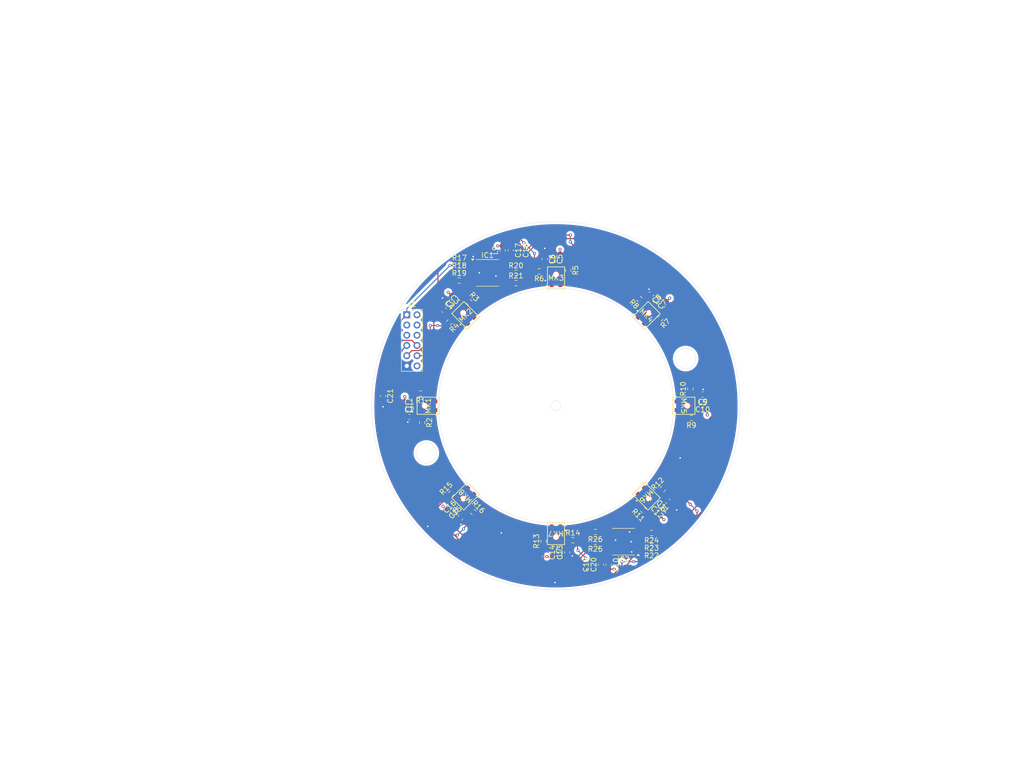
<source format=kicad_pcb>
(kicad_pcb (version 20240108) (generator "pcbnew") (generator_version "8.0")
  (layers (0 "F.Cu" signal) (1 "In1.Cu" signal) (2 "In2.Cu" signal) (31 "B.Cu" signal) (34 "B.Paste" user) (35 "F.Paste" user) (36 "B.SilkS" user "B.Silkscreen") (37 "F.SilkS" user "F.Silkscreen") (38 "B.Mask" user) (39 "F.Mask" user) (44 "Edge.Cuts" user))
  (net 0 "")
  (net 1 "GND")
  (net 2 "+3V3")
  (net 3 "Net-(MK1-VDD)")
  (net 4 "Net-(MK3-VDD)")
  (net 5 "Net-(MK5-VDD)")
  (net 6 "Net-(MK7-VDD)")
  (net 7 "Net-(IC1-VCC)")
  (net 8 "Net-(IC2-VCC)")
  (net 9 "Net-(IC1-A0)")
  (net 10 "Net-(IC1-O2)")
  (net 11 "Net-(IC1-O3)")
  (net 12 "Net-(IC1-O0)")
  (net 13 "Net-(IC1-O1)")
  (net 14 "Net-(IC2-A0)")
  (net 15 "Net-(IC2-O0)")
  (net 16 "Net-(IC2-O2)")
  (net 17 "Net-(IC2-O1)")
  (net 18 "Net-(IC2-O3)")
  (net 20 "PDM_DATA0")
  (net 21 "PDM_DATA3")
  (net 25 "PDM_DATA2")
  (net 26 "PDM_CLK-IN")
  (net 28 "PDM_DATA1")
  (net 29 "Net-(MK1-CLOCK)")
  (net 30 "Net-(MK1-DATA)")
  (net 31 "Net-(MK2-DATA)")
  (net 32 "Net-(MK2-CLOCK)")
  (net 33 "Net-(MK3-DATA)")
  (net 34 "Net-(MK3-CLOCK)")
  (net 35 "Net-(MK4-CLOCK)")
  (net 36 "Net-(MK4-DATA)")
  (net 37 "Net-(MK5-DATA)")
  (net 38 "Net-(MK5-CLOCK)")
  (net 39 "Net-(MK6-DATA)")
  (net 40 "Net-(MK6-CLOCK)")
  (net 41 "Net-(MK7-DATA)")
  (net 42 "Net-(MK7-CLOCK)")
  (net 43 "Net-(MK8-CLOCK)")
  (net 44 "Net-(MK8-DATA)")
  (net 45 "PDM_CLK0")
  (net 46 "PDM_CLK1")
  (net 47 "PDM_CLK2")
  (net 48 "PDM_CLK3")
  (net 49 "PDM_CLK4")
  (net 50 "PDM_CLK5")
  (net 51 "PDM_CLK6")
  (net 52 "PDM_CLK7")
  (net 53 "Net-(MK2-LR)")
  (net 54 "Net-(MK4-LR)")
  (net 55 "Net-(MK6-LR)")
  (net 56 "Net-(MK8-LR)")
  (footprint "Capacitor_SMD:C_0603_1608Metric_Pad1.08x0.95mm_HandSolder" (layer "F.Cu") (at 170.8 119.8 135)
    (property "Reference" "C12")
    (property "Value" "100n")
  )
  (footprint "Resistor_SMD:R_0603_1608Metric_Pad0.98x0.95mm_HandSolder" (layer "F.Cu") (at 146.7 73.7 180)
    (property "Reference" "R6")
    (property "Value" "33")
  )
  (footprint "Inductor_SMD:L_0603_1608Metric_Pad1.05x0.95mm_HandSolder" (layer "F.Cu") (at 149.2 128.7 -90)
    (property "Reference" "L7")
    (property "Value" "600R")
  )
  (footprint "Resistor_SMD:R_0603_1608Metric_Pad0.98x0.95mm_HandSolder" (layer "F.Cu") (at 176.3 96.7 90)
    (property "Reference" "R10")
    (property "Value" "33")
  )
  (footprint "Inductor_SMD:L_0603_1608Metric_Pad1.05x0.95mm_HandSolder" (layer "F.Cu") (at 130.3 79.1 135)
    (property "Reference" "L2")
    (property "Value" "600R")
  )
  (footprint "Capacitor_SMD:C_0603_1608Metric_Pad1.08x0.95mm_HandSolder" (layer "F.Cu") (at 129.2 80.2 -45)
    (property "Reference" "C3")
    (property "Value" "1000p")
  )
  (footprint "Resistor_SMD:R_0603_1608Metric_Pad0.98x0.95mm_HandSolder" (layer "F.Cu") (at 153.3 126.3)
    (property "Reference" "R14")
    (property "Value" "33")
  )
  (footprint "Resistor_SMD:R_0603_1608Metric_Pad0.98x0.95mm_HandSolder" (layer "F.Cu") (at 123.5 97.6 180)
    (property "Reference" "R1")
    (property "Value" "33")
  )
  (footprint "Capacitor_SMD:C_0603_1608Metric_Pad1.08x0.95mm_HandSolder" (layer "F.Cu") (at 157.3 131.1 90)
    (property "Reference" "C19")
    (property "Value" "1000p")
  )
  (footprint "ul_IM73D122V01XTMA1:PG-LLGA-5-2_INF" (layer "F.Cu") (at 150 75)
    (property "Reference" "MK3")
    (property "Value" "~")
  )
  (footprint "Resistor_SMD:R_0603_1608Metric_Pad0.98x0.95mm_HandSolder" (layer "F.Cu") (at 170.9 116.3 45)
    (property "Reference" "R12")
    (property "Value" "33")
  )
  (footprint "ul_IM73D122V01XTMA1:PG-LLGA-5-2_INF" (layer "F.Cu") (at 150 125 180)
    (property "Reference" "MK7")
    (property "Value" "~")
  )
  (footprint "Capacitor_SMD:C_0603_1608Metric_Pad1.08x0.95mm_HandSolder" (layer "F.Cu") (at 121.3 100.7)
    (property "Reference" "C1")
    (property "Value" "1000p")
  )
  (footprint "Capacitor_SMD:C_0603_1608Metric_Pad1.08x0.95mm_HandSolder" (layer "F.Cu") (at 178.7 97.8 180)
    (property "Reference" "C9")
    (property "Value" "1000p")
  )
  (footprint "Resistor_SMD:R_0603_1608Metric_Pad0.98x0.95mm_HandSolder" (layer "F.Cu") (at 152.4 73.5 -90)
    (property "Reference" "R5")
    (property "Value" "33")
  )
  (footprint "ul_IM73D122V01XTMA1:PG-LLGA-5-2_INF" (layer "F.Cu") (at 175 100 -90)
    (property "Reference" "MK5")
    (property "Value" "~")
  )
  (footprint "Capacitor_SMD:C_0603_1608Metric_Pad1.08x0.95mm_HandSolder" (layer "F.Cu") (at 130.2 120.8 45)
    (property "Reference" "C16")
    (property "Value" "100n")
  )
  (footprint "Resistor_SMD:R_0603_1608Metric_Pad0.98x0.95mm_HandSolder" (layer "F.Cu") (at 133.8 120.8 -45)
    (property "Reference" "R16")
    (property "Value" "33")
  )
  (footprint "Resistor_SMD:R_0603_1608Metric_Pad0.98x0.95mm_HandSolder" (layer "F.Cu") (at 123.8 103.3 -90)
    (property "Reference" "R2")
    (property "Value" "33")
  )
  (footprint "Resistor_SMD:R_0603_1608Metric_Pad0.98x0.95mm_HandSolder" (layer "F.Cu") (at 157.7 124.7 180)
    (property "Reference" "R26")
    (property "Value" "33")
  )
  (footprint "Capacitor_SMD:C_0603_1608Metric_Pad1.08x0.95mm_HandSolder" (layer "F.Cu") (at 150.7 128.7 90)
    (property "Reference" "C14")
    (property "Value" "100n")
  )
  (footprint "Capacitor_SMD:C_0603_1608Metric_Pad1.08x0.95mm_HandSolder" (layer "F.Cu") (at 149.3 71.3 -90)
    (property "Reference" "C5")
    (property "Value" "1000p")
  )
  (footprint "Inductor_SMD:L_0603_1608Metric_Pad1.05x0.95mm_HandSolder" (layer "F.Cu") (at 139.5625 69.6 90)
    (property "Reference" "L9")
    (property "Value" "600R")
  )
  (footprint "Resistor_SMD:R_0603_1608Metric_Pad0.98x0.95mm_HandSolder" (layer "F.Cu") (at 168.7 127.9 180)
    (property "Reference" "R22")
    (property "Value" "33")
  )
  (footprint "Capacitor_SMD:C_0603_1608Metric_Pad1.08x0.95mm_HandSolder" (layer "F.Cu") (at 158.8 131.1 90)
    (property "Reference" "C20")
    (property "Value" "100n")
  )
  (footprint "Inductor_SMD:L_0603_1608Metric_Pad1.05x0.95mm_HandSolder" (layer "F.Cu") (at 169.7 120.9 -45)
    (property "Reference" "L6")
    (property "Value" "600R")
  )
  (footprint "Inductor_SMD:L_0603_1608Metric_Pad1.05x0.95mm_HandSolder" (layer "F.Cu") (at 121.3 99.2 180)
    (property "Reference" "L1")
    (property "Value" "600R")
  )
  (footprint "Resistor_SMD:R_0603_1608Metric_Pad0.98x0.95mm_HandSolder" (layer "F.Cu") (at 170.4 82.9 -135)
    (property "Reference" "R7")
    (property "Value" "33")
  )
  (footprint "Connector_PinHeader_2.00mm:PinHeader_2x06_P2.00mm_Vertical" (layer "F.Cu") (at 120.8 82.2)
    (property "Reference" "J1")
    (property "Value" "MCHStreamer J3")
  )
  (footprint "Inductor_SMD:L_0603_1608Metric_Pad1.05x0.95mm_HandSolder" (layer "F.Cu") (at 170.9 80.3 45)
    (property "Reference" "L4")
    (property "Value" "600R")
  )
  (footprint "ul_IM73D122V01XTMA1:PG-LLGA-5-2_INF" (layer "F.Cu") (at 132.32233 82.32233 45)
    (property "Reference" "MK2")
    (property "Value" "~")
  )
  (footprint "ul_IM73D122V01XTMA1:PG-LLGA-5-2_INF" (layer "F.Cu") (at 167.67767 117.67767 -135)
    (property "Reference" "MK6")
    (property "Value" "~")
  )
  (footprint "Resistor_SMD:R_0603_1608Metric_Pad0.98x0.95mm_HandSolder" (layer "F.Cu") (at 142.1625 76)
    (property "Reference" "R21")
    (property "Value" "33")
  )
  (footprint "ul_IM73D122V01XTMA1:PG-LLGA-5-2_INF" (layer "F.Cu") (at 132.32233 117.67767 135)
    (property "Reference" "MK8")
    (property "Value" "~")
  )
  (footprint "Resistor_SMD:R_0603_1608Metric_Pad0.98x0.95mm_HandSolder" (layer "F.Cu") (at 129.1 83.7 -135)
    (property "Reference" "R4")
    (property "Value" "33")
  )
  (footprint "Resistor_SMD:R_0603_1608Metric_Pad0.98x0.95mm_HandSolder" (layer "F.Cu") (at 168.7 126.4 180)
    (property "Reference" "R23")
    (property "Value" "33")
  )
  (footprint "Inductor_SMD:L_0603_1608Metric_Pad1.05x0.95mm_HandSolder" (layer "F.Cu") (at 160.3 131.1 -90)
    (property "Reference" "L10")
    (property "Value" "600R")
  )
  (footprint "Capacitor_SMD:C_0603_1608Metric_Pad1.08x0.95mm_HandSolder" (layer "F.Cu") (at 168.7 78.1 -135)
    (property "Reference" "C8")
    (property "Value" "100n")
  )
  (footprint "Capacitor_SMD:C_0603_1608Metric_Pad1.08x0.95mm_HandSolder" (layer "F.Cu") (at 141.1625 69.6 -90)
    (property "Reference" "C17")
    (property "Value" "1000p")
  )
  (footprint "Resistor_SMD:R_0603_1608Metric_Pad0.98x0.95mm_HandSolder" (layer "F.Cu") (at 131.1 72.5)
    (property "Reference" "R17")
    (property "Value" "33")
  )
  (footprint "Capacitor_SMD:C_0603_1608Metric_Pad1.08x0.95mm_HandSolder" (layer "F.Cu") (at 147.8 71.3 -90)
    (property "Reference" "C6")
    (property "Value" "100n")
  )
  (footprint "Resistor_SMD:R_0603_1608Metric_Pad0.98x0.95mm_HandSolder" (layer "F.Cu") (at 147.6 126.5 90)
    (property "Reference" "R13")
    (property "Value" "33")
  )
  (footprint "Resistor_SMD:R_0603_1608Metric_Pad0.98x0.95mm_HandSolder" (layer "F.Cu") (at 167.1 120.4 135)
    (property "Reference" "R11")
    (property "Value" "33")
  )
  (footprint "Capacitor_SMD:C_0603_1608Metric_Pad1.08x0.95mm_HandSolder" (layer "F.Cu") (at 169.8 79.2 -135)
    (property "Reference" "C7")
    (property "Value" "1000p")
  )
  (footprint "Resistor_SMD:R_0603_1608Metric_Pad0.98x0.95mm_HandSolder" (layer "F.Cu") (at 157.7 126.6 180)
    (property "Reference" "R25")
    (property "Value" "33")
  )
  (footprint "Resistor_SMD:R_0603_1608Metric_Pad0.98x0.95mm_HandSolder" (layer "F.Cu") (at 131.0625 74)
    (property "Reference" "R18")
    (property "Value" "33")
  )
  (footprint "ul_IM73D122V01XTMA1:PG-LLGA-5-2_INF" (layer "F.Cu") (at 125 100 90)
    (property "Reference" "MK1")
    (property "Value" "~")
  )
  (footprint "Capacitor_SMD:C_0603_1608Metric_Pad1.08x0.95mm_HandSolder" (layer "F.Cu") (at 178.7 99.3 180)
    (property "Reference" "C10")
    (property "Value" "100n")
  )
  (footprint "Resistor_SMD:R_0603_1608Metric_Pad0.98x0.95mm_HandSolder" (layer "F.Cu") (at 133 79.7 -45)
    (property "Reference" "R3")
    (property "Value" "33")
  )
  (footprint "Resistor_SMD:R_0603_1608Metric_Pad0.98x0.95mm_HandSolder" (layer "F.Cu") (at 142.1625 74)
    (property "Reference" "R20")
    (property "Value" "33")
  )
  (footprint "Capacitor_SMD:C_0603_1608Metric_Pad1.08x0.95mm_HandSolder" (layer "F.Cu") (at 116.15 98.1 -90)
    (property "Reference" "C21")
    (property "Value" "100p")
  )
  (footprint "Resistor_SMD:R_0603_1608Metric_Pad0.98x0.95mm_HandSolder" (layer "F.Cu") (at 129.5 117.2 45)
    (property "Reference" "R15")
    (property "Value" "33")
  )
  (footprint "Inductor_SMD:L_0603_1608Metric_Pad1.05x0.95mm_HandSolder" (layer "F.Cu") (at 150.8 71.3 90)
    (property "Reference" "L3")
    (property "Value" "600R")
  )
  (footprint "Capacitor_SMD:C_0603_1608Metric_Pad1.08x0.95mm_HandSolder" (layer "F.Cu") (at 131.3 121.9 45)
    (property "Reference" "C15")
    (property "Value" "1000p")
  )
  (footprint "ul_IM73D122V01XTMA1:PG-LLGA-5-2_INF" (layer "F.Cu") (at 167.67767 82.32233 -45)
    (property "Reference" "MK4")
    (property "Value" "~")
  )
  (footprint "Inductor_SMD:L_0603_1608Metric_Pad1.05x0.95mm_HandSolder" (layer "F.Cu") (at 129.1 119.7 -135)
    (property "Reference" "L8")
    (property "Value" "600R")
  )
  (footprint "Resistor_SMD:R_0603_1608Metric_Pad0.98x0.95mm_HandSolder" (layer "F.Cu") (at 168.7 124.9 180)
    (property "Reference" "R24")
    (property "Value" "33")
  )
  (footprint "Inductor_SMD:L_0603_1608Metric_Pad1.05x0.95mm_HandSolder" (layer "F.Cu") (at 178.7 100.8)
    (property "Reference" "L5")
    (property "Value" "600R")
  )
  (footprint "Package_SO:TSSOP-14_4.4x5mm_P0.65mm" (layer "F.Cu") (at 163.2 126.6 180)
    (property "Reference" "IC2")
    (property "Value" "74LCX125MTCX")
  )
  (footprint "Capacitor_SMD:C_0603_1608Metric_Pad1.08x0.95mm_HandSolder" (layer "F.Cu") (at 128.1 81.3 -45)
    (property "Reference" "C4")
    (property "Value" "100n")
  )
  (footprint "Resistor_SMD:R_0603_1608Metric_Pad0.98x0.95mm_HandSolder" (layer "F.Cu") (at 131.0625 75.5)
    (property "Reference" "R19")
    (property "Value" "33")
  )
  (footprint "Capacitor_SMD:C_0603_1608Metric_Pad1.08x0.95mm_HandSolder" (layer "F.Cu") (at 142.6625 69.6 -90)
    (property "Reference" "C18")
    (property "Value" "100n")
  )
  (footprint "Resistor_SMD:R_0603_1608Metric_Pad0.98x0.95mm_HandSolder" (layer "F.Cu") (at 176.5 102.4 180)
    (property "Reference" "R9")
    (property "Value" "33")
  )
  (footprint "Capacitor_SMD:C_0603_1608Metric_Pad1.08x0.95mm_HandSolder" (layer "F.Cu") (at 121.3 102.2)
    (property "Reference" "C2")
    (property "Value" "100n")
  )
  (footprint "Resistor_SMD:R_0603_1608Metric_Pad0.98x0.95mm_HandSolder" (layer "F.Cu") (at 166.3 79.1 135)
    (property "Reference" "R8")
    (property "Value" "33")
  )
  (footprint "Capacitor_SMD:C_0603_1608Metric_Pad1.08x0.95mm_HandSolder" (layer "F.Cu") (at 152.2 128.7 90)
    (property "Reference" "C13")
    (property "Value" "1000p")
  )
  (footprint "Capacitor_SMD:C_0603_1608Metric_Pad1.08x0.95mm_HandSolder" (layer "F.Cu") (at 171.9 118.7 135)
    (property "Reference" "C11")
    (property "Value" "1000p")
  )
  (footprint "Package_SO:TSSOP-14_4.4x5mm_P0.65mm" (layer "F.Cu") (at 136.6 74)
    (property "Reference" "IC1")
    (property "Value" "74LCX125MTCX")
  )
  (gr_circle (center 150 100) (end 151 100) (stroke (width 0.05)) (fill none) (layer "Edge.Cuts"))
  (gr_circle (center 150 100) (end 186 98.4) (stroke (width 0.05)) (fill none) (layer "Edge.Cuts"))
  (gr_circle (center 175.371701 90.765456) (end 177.371701 90.665456) (stroke (width 0.05)) (fill none) (layer "Edge.Cuts"))
  (gr_circle (center 124.628299 109.234544) (end 126.628299 109.134544) (stroke (width 0.05)) (fill none) (layer "Edge.Cuts"))
  (gr_circle (center 150 100) (end 173 100) (stroke (width 0.05)) (fill none) (layer "Edge.Cuts"))
  (segment (start 131.90988 121.29012) (end 130.80988 120.19012) (width 0.2) (layer "F.Cu") (net 0))
  (segment (start 168.007535 119.191939) (end 168.3 118.899474) (width 0.2) (layer "F.Cu") (net 0))
  (segment (start 132.263009 118.3) (end 132.573706 118.610697) (width 0.2) (layer "F.Cu") (net 0))
  (segment (start 130.80988 120.172444) (end 129.718718 119.081282) (width 0.2) (layer "F.Cu") (net 0))
  (segment (start 167.736991 81.7) (end 167.426294 81.389303) (width 0.2) (layer "F.Cu") (net 0))
  (segment (start 169.191939 81.992465) (end 168.899474 81.7) (width 0.2) (layer "F.Cu") (net 0))
  (segment (start 170.281282 80.918718) (end 170.265686 80.918718) (width 0.2) (layer "F.Cu") (net 0))
  (segment (start 169.098958 120.281282) (end 170.19012 119.19012) (width 0.2) (layer "F.Cu") (net 0))
  (segment (start 168.007535 119.207535) (end 169.081282 120.281282) (width 0.2) (layer "F.Cu") (net 0))
  (segment (start 169.19012 79.827556) (end 170.281282 80.918718) (width 0.2) (layer "F.Cu") (net 0))
  (segment (start 131.100526 118.3) (end 132.263009 118.3) (width 0.2) (layer "F.Cu") (net 0))
  (segment (start 169.19012 79.80988) (end 168.09012 78.70988) (width 0.2) (layer "F.Cu") (net 0))
  (segment (start 168.007535 119.191939) (end 168.007535 119.207535) (width 0.2) (layer "F.Cu") (net 0))
  (segment (start 130.808061 118.007535) (end 131.100526 118.3) (width 0.2) (layer "F.Cu") (net 0))
  (segment (start 169.081282 120.281282) (end 169.098958 120.281282) (width 0.2) (layer "F.Cu") (net 0))
  (segment (start 129.718718 119.081282) (end 129.734314 119.081282) (width 0.2) (layer "F.Cu") (net 0))
  (segment (start 170.19012 119.19012) (end 171.29012 118.09012) (width 0.2) (layer "F.Cu") (net 0))
  (segment (start 130.80988 120.19012) (end 130.80988 120.172444) (width 0.2) (layer "F.Cu") (net 0))
  (segment (start 129.734314 119.081282) (end 130.808061 118.007535) (width 0.2) (layer "F.Cu") (net 0))
  (segment (start 169.19012 79.80988) (end 169.19012 79.827556) (width 0.2) (layer "F.Cu") (net 0))
  (segment (start 168.3 118.899474) (end 168.3 117.736991) (width 0.2) (layer "F.Cu") (net 0))
  (segment (start 168.899474 81.7) (end 167.736991 81.7) (width 0.2) (layer "F.Cu") (net 0))
  (segment (start 168.3 117.736991) (end 168.610697 117.426294) (width 0.2) (layer "F.Cu") (net 0))
  (segment (start 170.265686 80.918718) (end 169.191939 81.992465) (width 0.2) (layer "F.Cu") (net 0))
  (segment (start 164.85 128.55) (end 164.8 128.6) (width 0.2) (layer "F.Cu") (net 1))
  (segment (start 157.3 131.9625) (end 156.0375 131.9625) (width 0.2) (layer "F.Cu") (net 1))
  (segment (start 179.5625 97.5625) (end 178.8 96.8) (width 0.2) (layer "F.Cu") (net 1))
  (segment (start 172.50988 119.30988) (end 173.6 120.4) (width 0.2) (layer "F.Cu") (net 1))
  (segment (start 160.3375 125.95) (end 161.3 125.95) (width 0.2) (layer "F.Cu") (net 1))
  (segment (start 143.8 69.1) (end 143.4375 68.7375) (width 0.2) (layer "F.Cu") (net 1))
  (segment (start 152.2 129.5625) (end 153.0375 129.5625) (width 0.2) (layer "F.Cu") (net 1))
  (segment (start 138 72.7) (end 137.35 72.05) (width 0.2) (layer "F.Cu") (net 1))
  (segment (start 130.69012 122.50988) (end 130.70988 122.50988) (width 0.2) (layer "F.Cu") (net 1))
  (segment (start 169.30988 77.49012) (end 168.49012 77.49012) (width 0.2) (layer "F.Cu") (net 1))
  (segment (start 179.5625 99.3) (end 179.5625 97.8) (width 0.2) (layer "F.Cu") (net 1))
  (segment (start 120.4375 102.2) (end 120.4375 102.6375) (width 0.2) (layer "F.Cu") (net 1))
  (segment (start 130.70988 122.50988) (end 131.4 123.2) (width 0.2) (layer "F.Cu") (net 1))
  (segment (start 164.45 124.65) (end 164.4 124.7) (width 0.2) (layer "F.Cu") (net 1))
  (segment (start 157.3 131.9625) (end 158.8 131.9625) (width 0.2) (layer "F.Cu") (net 1))
  (segment (start 133.7375 74) (end 135 74) (width 0.2) (layer "F.Cu") (net 1))
  (segment (start 141.1625 68.7375) (end 142.6625 68.7375) (width 0.2) (layer "F.Cu") (net 1))
  (segment (start 138.293456 74.65) (end 138.243456 74.6) (width 0.2) (layer "F.Cu") (net 1))
  (segment (start 179.5625 97.8) (end 179.5625 97.5625) (width 0.2) (layer "F.Cu") (net 1))
  (segment (start 139.4625 74.65) (end 138.293456 74.65) (width 0.2) (layer "F.Cu") (net 1))
  (segment (start 166.0625 124.65) (end 164.45 124.65) (width 0.2) (layer "F.Cu") (net 1))
  (segment (start 153.0375 129.5625) (end 153.2 129.4) (width 0.2) (layer "F.Cu") (net 1))
  (segment (start 166.0625 128.55) (end 164.85 128.55) (width 0.2) (layer "F.Cu") (net 1))
  (segment (start 158.5 127.9) (end 158.4 128) (width 0.2) (layer "F.Cu") (net 1))
  (segment (start 116.15 98.9625) (end 116.15 100.2) (width 0.2) (layer "F.Cu") (net 1))
  (segment (start 143.4375 68.7375) (end 142.6625 68.7375) (width 0.2) (layer "F.Cu") (net 1))
  (segment (start 139.4625 72.7) (end 138 72.7) (width 0.2) (layer "F.Cu") (net 1))
  (segment (start 128.49012 79.59012) (end 127.8 78.9) (width 0.2) (layer "F.Cu") (net 1))
  (segment (start 156.0375 131.9625) (end 156 132) (width 0.2) (layer "F.Cu") (net 1))
  (segment (start 129.59012 121.40988) (end 130.69012 122.50988) (width 0.2) (layer "F.Cu") (net 1))
  (segment (start 166.0625 126.6) (end 164.7 126.6) (width 0.2) (layer "F.Cu") (net 1))
  (segment (start 137.35 72.05) (end 133.7375 72.05) (width 0.2) (layer "F.Cu") (net 1))
  (segment (start 133.8 70.8) (end 133.7375 70.8625) (width 0.2) (layer "F.Cu") (net 1))
  (segment (start 133.7375 70.8625) (end 133.7375 72.05) (width 0.2) (layer "F.Cu") (net 1))
  (segment (start 150.7 129.5625) (end 152.2 129.5625) (width 0.2) (layer "F.Cu") (net 1))
  (segment (start 128.59012 79.59012) (end 127.49012 80.69012) (width 0.2) (layer "F.Cu") (net 1))
  (segment (start 161.3 125.95) (end 161.65 126.3) (width 0.2) (layer "F.Cu") (net 1))
  (segment (start 160.3375 127.9) (end 158.5 127.9) (width 0.2) (layer "F.Cu") (net 1))
  (segment (start 120.4375 100.7) (end 120.4375 102.2) (width 0.2) (layer "F.Cu") (net 1))
  (segment (start 120.4375 102.6375) (end 121 103.2) (width 0.2) (layer "F.Cu") (net 1))
  (segment (start 168.49012 77.49012) (end 168.2 77.2) (width 0.2) (layer "F.Cu") (net 1))
  (segment (start 128.59012 79.59012) (end 128.49012 79.59012) (width 0.2) (layer "F.Cu") (net 1))
  (segment (start 169.30988 77.49012) (end 170.40988 78.59012) (width 0.2) (layer "F.Cu") (net 1))
  (segment (start 147.8 70.4375) (end 147.8 69.2) (width 0.2) (layer "F.Cu") (net 1))
  (via (at 156 132) (size 0.6) (drill 0.3) (layers "F.Cu" "B.Cu") (net 1))
  (via (at 131.4 123.2) (size 0.6) (drill 0.3) (layers "F.Cu" "B.Cu") (net 1))
  (via (at 124.9 123.6) (size 0.6) (drill 0.3) (layers "F.Cu" "B.Cu") (net 1))
  (via (at 158.4 128) (size 0.6) (drill 0.3) (layers "F.Cu" "B.Cu") (net 1))
  (via (at 161.65 126.3) (size 0.6) (drill 0.3) (layers "F.Cu" "B.Cu") (net 1))
  (via (at 133.8 70.8) (size 0.6) (drill 0.3) (layers "F.Cu" "B.Cu") (net 1))
  (via (at 116.15 100.2) (size 0.6) (drill 0.3) (layers "F.Cu" "B.Cu") (net 1))
  (via (at 147.9 75.5) (size 0.6) (drill 0.3) (layers "F.Cu" "B.Cu") (net 1))
  (via (at 174.3 110.2) (size 0.6) (drill 0.3) (layers "F.Cu" "B.Cu") (net 1))
  (via (at 178.8 96.8) (size 0.6) (drill 0.3) (layers "F.Cu" "B.Cu") (net 1))
  (via (at 173.6 120.4) (size 0.6) (drill 0.3) (layers "F.Cu" "B.Cu") (net 1))
  (via (at 165.9 81.4) (size 0.6) (drill 0.3) (layers "F.Cu" "B.Cu") (net 1))
  (via (at 147.8 69.2) (size 0.6) (drill 0.3) (layers "F.Cu" "B.Cu") (net 1))
  (via (at 138.243456 74.6) (size 0.6) (drill 0.3) (layers "F.Cu" "B.Cu") (net 1))
  (via (at 168.2 77.2) (size 0.6) (drill 0.3) (layers "F.Cu" "B.Cu") (net 1))
  (via (at 164.8 128.6) (size 0.6) (drill 0.3) (layers "F.Cu" "B.Cu") (net 1))
  (via (at 143.8 69.1) (size 0.6) (drill 0.3) (layers "F.Cu" "B.Cu") (net 1))
  (via (at 127.8 78.9) (size 0.6) (drill 0.3) (layers "F.Cu" "B.Cu") (net 1))
  (via (at 153.2 129.4) (size 0.6) (drill 0.3) (layers "F.Cu" "B.Cu") (net 1))
  (via (at 164.4 124.7) (size 0.6) (drill 0.3) (layers "F.Cu" "B.Cu") (net 1))
  (via (at 139.3 124.9) (size 0.6) (drill 0.3) (layers "F.Cu" "B.Cu") (net 1))
  (via (at 149.8 134.6) (size 0.6) (drill 0.3) (layers "F.Cu" "B.Cu") (net 1))
  (via (at 165.8 118.6) (size 0.6) (drill 0.3) (layers "F.Cu" "B.Cu") (net 1))
  (via (at 151.9 124.4) (size 0.6) (drill 0.3) (layers "F.Cu" "B.Cu") (net 1))
  (via (at 164.7 126.6) (size 0.6) (drill 0.3) (layers "F.Cu" "B.Cu") (net 1))
  (via (at 135 74) (size 0.6) (drill 0.3) (layers "F.Cu" "B.Cu") (net 1))
  (via (at 131.3 84.1) (size 0.6) (drill 0.3) (layers "F.Cu" "B.Cu") (net 1))
  (via (at 121 103.2) (size 0.6) (drill 0.3) (layers "F.Cu" "B.Cu") (net 1))
  (segment (start 128.481282 120.318718) (end 128.481282 120.281282) (width 0.2) (layer "F.Cu") (net 2))
  (segment (start 148.275 129.575) (end 148.2 129.5) (width 0.2) (layer "F.Cu") (net 2))
  (segment (start 161.375 131.975) (end 161.4 132) (width 0.2) (layer "F.Cu") (net 2))
  (segment (start 129.581282 78.481282) (end 128.9 77.8) (width 0.2) (layer "F.Cu") (net 2))
  (segment (start 160.3 131.975) (end 161.375 131.975) (width 0.2) (layer "F.Cu") (net 2))
  (segment (start 170.318718 121.518718) (end 171.1 122.3) (width 0.2) (layer "F.Cu") (net 2))
  (segment (start 171.518718 79.681282) (end 172.25 78.95) (width 0.2) (layer "F.Cu") (net 2))
  (segment (start 139.5625 68.725) (end 138.625 68.725) (width 0.2) (layer "F.Cu") (net 2))
  (segment (start 138.625 68.725) (end 138.6 68.7) (width 0.2) (layer "F.Cu") (net 2))
  (segment (start 149.2 129.575) (end 148.275 129.575) (width 0.2) (layer "F.Cu") (net 2))
  (segment (start 128.481282 120.281282) (end 127.874265 119.674265) (width 0.2) (layer "F.Cu") (net 2))
  (segment (start 120.425 98.225) (end 120.4 98.2) (width 0.2) (layer "F.Cu") (net 2))
  (segment (start 150.8 70.425) (end 150.8 69.4) (width 0.2) (layer "F.Cu") (net 2))
  (segment (start 179.575 101.775) (end 179.6 101.8) (width 0.2) (layer "F.Cu") (net 2))
  (segment (start 129.681282 78.481282) (end 129.581282 78.481282) (width 0.2) (layer "F.Cu") (net 2))
  (segment (start 120.425 99.2) (end 120.425 98.225) (width 0.2) (layer "F.Cu") (net 2))
  (segment (start 179.575 100.8) (end 179.575 101.775) (width 0.2) (layer "F.Cu") (net 2))
  (via (at 171.1 122.3) (size 0.6) (drill 0.3) (layers "F.Cu" "B.Cu") (net 2))
  (via (at 148.2 129.5) (size 0.6) (drill 0.3) (layers "F.Cu" "B.Cu") (net 2))
  (via (at 120.4 98.2) (size 0.6) (drill 0.3) (layers "F.Cu" "B.Cu") (net 2))
  (via (at 127.874265 119.674265) (size 0.6) (drill 0.3) (layers "F.Cu" "B.Cu") (net 2))
  (via (at 161.4 132) (size 0.6) (drill 0.3) (layers "F.Cu" "B.Cu") (net 2))
  (via (at 138.6 68.7) (size 0.6) (drill 0.3) (layers "F.Cu" "B.Cu") (net 2))
  (via (at 179.6 101.8) (size 0.6) (drill 0.3) (layers "F.Cu" "B.Cu") (net 2))
  (via (at 172.25 78.95) (size 0.6) (drill 0.3) (layers "F.Cu" "B.Cu") (net 2))
  (via (at 128.9 77.8) (size 0.6) (drill 0.3) (layers "F.Cu" "B.Cu") (net 2))
  (via (at 150.8 69.4) (size 0.6) (drill 0.3) (layers "F.Cu" "B.Cu") (net 2))
  (segment (start 123.696 99.1625) (end 122.2125 99.1625) (width 0.2) (layer "F.Cu") (net 3))
  (segment (start 122.1625 102.2) (end 122.1625 100.7) (width 0.2) (layer "F.Cu") (net 3))
  (segment (start 122.2125 99.1625) (end 122.175 99.2) (width 0.2) (layer "F.Cu") (net 3))
  (segment (start 122.175 99.2) (end 122.175 100.6875) (width 0.2) (layer "F.Cu") (net 3))
  (segment (start 122.175 100.6875) (end 122.1625 100.7) (width 0.2) (layer "F.Cu") (net 3))
  (segment (start 147.8 72.1625) (end 149.3 72.1625) (width 0.2) (layer "F.Cu") (net 4))
  (segment (start 149.3 72.1625) (end 150.7875 72.1625) (width 0.2) (layer "F.Cu") (net 4))
  (segment (start 150.8 72.175) (end 150.8 73.6585) (width 0.2) (layer "F.Cu") (net 4))
  (segment (start 150.8 73.6585) (end 150.8375 73.696) (width 0.2) (layer "F.Cu") (net 4))
  (segment (start 150.7875 72.1625) (end 150.8 72.175) (width 0.2) (layer "F.Cu") (net 4))
  (segment (start 177.825 100.8) (end 176.3415 100.8) (width 0.2) (layer "F.Cu") (net 5))
  (segment (start 177.825 100.8) (end 177.825 99.3125) (width 0.2) (layer "F.Cu") (net 5))
  (segment (start 177.825 99.3125) (end 177.8375 99.3) (width 0.2) (layer "F.Cu") (net 5))
  (segment (start 176.3415 100.8) (end 176.304 100.8375) (width 0.2) (layer "F.Cu") (net 5))
  (segment (start 177.8375 97.8) (end 177.8375 99.3) (width 0.2) (layer "F.Cu") (net 5))
  (segment (start 149.2 126.3415) (end 149.1625 126.304) (width 0.2) (layer "F.Cu") (net 6))
  (segment (start 149.2 127.825) (end 149.2 126.3415) (width 0.2) (layer "F.Cu") (net 6))
  (segment (start 149.2 127.825) (end 150.6875 127.825) (width 0.2) (layer "F.Cu") (net 6))
  (segment (start 150.7 127.8375) (end 152.2 127.8375) (width 0.2) (layer "F.Cu") (net 6))
  (segment (start 150.6875 127.825) (end 150.7 127.8375) (width 0.2) (layer "F.Cu") (net 6))
  (segment (start 139.5625 71.95) (end 139.4625 72.05) (width 0.2) (layer "F.Cu") (net 7))
  (segment (start 141.1625 70.4625) (end 142.6625 70.4625) (width 0.2) (layer "F.Cu") (net 7))
  (segment (start 139.575 70.4625) (end 139.5625 70.475) (width 0.2) (layer "F.Cu") (net 7))
  (segment (start 141.1625 70.4625) (end 139.575 70.4625) (width 0.2) (layer "F.Cu") (net 7))
  (segment (start 139.5625 70.475) (end 139.5625 71.95) (width 0.2) (layer "F.Cu") (net 7))
  (segment (start 158.8 130.2375) (end 157.3 130.2375) (width 0.2) (layer "F.Cu") (net 8))
  (segment (start 160.3375 128.55) (end 160.3375 130.1875) (width 0.2) (layer "F.Cu") (net 8))
  (segment (start 160.3 130.225) (end 158.8125 130.225) (width 0.2) (layer "F.Cu") (net 8))
  (segment (start 158.8125 130.225) (end 158.8 130.2375) (width 0.2) (layer "F.Cu") (net 8))
  (segment (start 160.3375 130.1875) (end 160.3 130.225) (width 0.2) (layer "F.Cu") (net 8))
  (segment (start 131.9625 72.5125) (end 132.15 72.7) (width 0.2) (layer "F.Cu") (net 9))
  (segment (start 133.7375 72.7) (end 135.9 72.7) (width 0.2) (layer "F.Cu") (net 9))
  (segment (start 139.4625 73.35) (end 137.643456 73.35) (width 0.2) (layer "F.Cu") (net 9))
  (segment (start 135.45 74.65) (end 133.7375 74.65) (width 0.2) (layer "F.Cu") (net 9))
  (segment (start 137.643456 74.943456) (end 138 75.3) (width 0.2) (layer "F.Cu") (net 9))
  (segment (start 135.9 74.2) (end 135.45 74.65) (width 0.2) (layer "F.Cu") (net 9))
  (segment (start 135.9 72.7) (end 135.9 74.2) (width 0.2) (layer "F.Cu") (net 9))
  (segment (start 132.15 72.7) (end 133.7375 72.7) (width 0.2) (layer "F.Cu") (net 9))
  (segment (start 137.643456 73.35) (end 137.643456 74.943456) (width 0.2) (layer "F.Cu") (net 9))
  (segment (start 138 75.3) (end 139.4625 75.3) (width 0.2) (layer "F.Cu") (net 9))
  (segment (start 136.993456 72.7) (end 133.7375 72.7) (width 0.2) (layer "F.Cu") (net 9))
  (segment (start 137.643456 73.35) (end 136.993456 72.7) (width 0.2) (layer "F.Cu") (net 9))
  (segment (start 139.4625 74) (end 141.25 74) (width 0.2) (layer "F.Cu") (net 10))
  (segment (start 141.2 75.95) (end 141.25 76) (width 0.2) (layer "F.Cu") (net 11))
  (segment (start 139.4625 75.95) (end 141.2 75.95) (width 0.2) (layer "F.Cu") (net 11))
  (segment (start 132.625 73.35) (end 133.7375 73.35) (width 0.2) (layer "F.Cu") (net 12))
  (segment (start 131.975 74) (end 132.625 73.35) (width 0.2) (layer "F.Cu") (net 12))
  (segment (start 132.175 75.3) (end 133.7375 75.3) (width 0.2) (layer "F.Cu") (net 13))
  (segment (start 131.975 75.5) (end 132.175 75.3) (width 0.2) (layer "F.Cu") (net 13))
  (segment (start 164.501471 125.95) (end 166.0625 125.95) (width 0.2) (layer "F.Cu") (net 14))
  (segment (start 160.3375 127.25) (end 162.25 127.25) (width 0.2) (layer "F.Cu") (net 14))
  (segment (start 164.1 127.9) (end 164.1 126.351471) (width 0.2) (layer "F.Cu") (net 14))
  (segment (start 162.25 125.656544) (end 161.893456 125.3) (width 0.2) (layer "F.Cu") (net 14))
  (segment (start 167.7875 127.9) (end 162.9 127.9) (width 0.2) (layer "F.Cu") (net 14))
  (segment (start 161.893456 125.3) (end 160.3375 125.3) (width 0.2) (layer "F.Cu") (net 14))
  (segment (start 166.0625 127.9) (end 164.1 127.9) (width 0.2) (layer "F.Cu") (net 14))
  (segment (start 162.9 127.9) (end 162.25 127.25) (width 0.2) (layer "F.Cu") (net 14))
  (segment (start 164.1 126.351471) (end 164.501471 125.95) (width 0.2) (layer "F.Cu") (net 14))
  (segment (start 162.25 127.25) (end 162.25 125.656544) (width 0.2) (layer "F.Cu") (net 14))
  (segment (start 166.9375 127.25) (end 167.7875 126.4) (width 0.2) (layer "F.Cu") (net 15))
  (segment (start 166.0625 127.25) (end 166.9375 127.25) (width 0.2) (layer "F.Cu") (net 15))
  (segment (start 158.6125 126.6) (end 160.3375 126.6) (width 0.2) (layer "F.Cu") (net 16))
  (segment (start 166.0625 125.3) (end 167.3875 125.3) (width 0.2) (layer "F.Cu") (net 17))
  (segment (start 167.3875 125.3) (end 167.7875 124.9) (width 0.2) (layer "F.Cu") (net 17))
  (segment (start 160.2875 124.7) (end 160.3375 124.65) (width 0.2) (layer "F.Cu") (net 18))
  (segment (start 158.6125 124.7) (end 160.2875 124.7) (width 0.2) (layer "F.Cu") (net 18))
  (segment (start 123.8 104.2125) (end 120.7125 104.2125) (width 0.2) (layer "F.Cu") (net 20))
  (segment (start 124.3 90.6) (end 123.9 90.2) (width 0.2) (layer "F.Cu") (net 20))
  (segment (start 120.378859 96) (end 123.1 96) (width 0.2) (layer "F.Cu") (net 20))
  (segment (start 125.4 88.7) (end 123.9 90.2) (width 0.2) (layer "F.Cu") (net 20))
  (segment (start 126.845235 84.345235) (end 126.8 84.3) (width 0.2) (layer "F.Cu") (net 20))
  (segment (start 120.7125 104.2125) (end 119.4 102.9) (width 0.2) (layer "F.Cu") (net 20))
  (segment (start 119.4 96.978859) (end 120.378859 96) (width 0.2) (layer "F.Cu") (net 20))
  (segment (start 119.4 102.9) (end 119.4 96.978859) (width 0.2) (layer "F.Cu") (net 20))
  (segment (start 124.3 94.8) (end 124.3 90.6) (width 0.2) (layer "F.Cu") (net 20))
  (segment (start 123.9 90.2) (end 122.8 90.2) (width 0.2) (layer "F.Cu") (net 20))
  (segment (start 123.1 96) (end 124.3 94.8) (width 0.2) (layer "F.Cu") (net 20))
  (segment (start 128.454765 84.345235) (end 126.845235 84.345235) (width 0.2) (layer "F.Cu") (net 20))
  (segment (start 125.4 84.3) (end 125.4 88.7) (width 0.2) (layer "F.Cu") (net 20))
  (via (at 125.4 84.3) (size 0.6) (drill 0.3) (layers "F.Cu" "B.Cu") (net 20))
  (via (at 126.8 84.3) (size 0.6) (drill 0.3) (layers "F.Cu" "B.Cu") (net 20))
  (segment (start 126.8 84.3) (end 125.4 84.3) (width 0.2) (layer "B.Cu") (net 20))
  (segment (start 130.1 125.3) (end 133.1 128.3) (width 0.2) (layer "F.Cu") (net 21))
  (segment (start 154.2125 126.3) (end 154.2125 128.2125) (width 0.2) (layer "F.Cu") (net 21))
  (segment (start 118.7 90.3) (end 120.8 88.2) (width 0.2) (layer "F.Cu") (net 21))
  (segment (start 142.4 132.2) (end 153.4 132.2) (width 0.2) (layer "F.Cu") (net 21))
  (segment (start 130.1 125.3) (end 124.7 119.9) (width 0.2) (layer "F.Cu") (net 21))
  (segment (start 131.9 123.99047) (end 131.9 124.1) (width 0.2) (layer "F.Cu") (net 21))
  (segment (start 134.445235 121.445235) (end 131.9 123.99047) (width 0.2) (layer "F.Cu") (net 21))
  (segment (start 130.7 125.3) (end 130.1 125.3) (width 0.2) (layer "F.Cu") (net 21))
  (segment (start 154.2125 128.2125) (end 154.3 128.3) (width 0.2) (layer "F.Cu") (net 21))
  (segment (start 124.7 119.9) (end 124.7 116.1) (width 0.2) (layer "F.Cu") (net 21))
  (segment (start 153.4 132.2) (end 155.8 129.8) (width 0.2) (layer "F.Cu") (net 21))
  (segment (start 124.7 116.1) (end 118.7 110.1) (width 0.2) (layer "F.Cu") (net 21))
  (segment (start 133.1 128.3) (end 138.5 128.3) (width 0.2) (layer "F.Cu") (net 21))
  (segment (start 118.7 110.1) (end 118.7 90.3) (width 0.2) (layer "F.Cu") (net 21))
  (segment (start 138.5 128.3) (end 142.4 132.2) (width 0.2) (layer "F.Cu") (net 21))
  (via (at 130.7 125.3) (size 0.6) (drill 0.3) (layers "F.Cu" "B.Cu") (net 21))
  (via (at 155.8 129.8) (size 0.6) (drill 0.3) (layers "F.Cu" "B.Cu") (net 21))
  (via (at 131.9 124.1) (size 0.6) (drill 0.3) (layers "F.Cu" "B.Cu") (net 21))
  (via (at 154.3 128.3) (size 0.6) (drill 0.3) (layers "F.Cu" "B.Cu") (net 21))
  (segment (start 154.3 128.3) (end 155.8 129.8) (width 0.2) (layer "B.Cu") (net 21))
  (segment (start 130.7 125.3) (end 131.9 124.1) (width 0.2) (layer "B.Cu") (net 21))
  (segment (start 162.9 130.5) (end 162.9 131.348529) (width 0.2) (layer "F.Cu") (net 25))
  (segment (start 170.4 128.8) (end 178.5 120.7) (width 0.2) (layer "F.Cu") (net 25))
  (segment (start 141.5 132.9) (end 137.9 129.3) (width 0.2) (layer "F.Cu") (net 25))
  (segment (start 172.654765 115.654765) (end 176.3 119.3) (width 0.2) (layer "F.Cu") (net 25))
  (segment (start 161.348529 132.9) (end 141.5 132.9) (width 0.2) (layer "F.Cu") (net 25))
  (segment (start 171.545235 115.654765) (end 172.654765 115.654765) (width 0.2) (layer "F.Cu") (net 25))
  (segment (start 165.2 130.5) (end 167.7 130.5) (width 0.2) (layer "F.Cu") (net 25))
  (segment (start 123.9 120.2) (end 123.9 116.5) (width 0.2) (layer "F.Cu") (net 25))
  (segment (start 121.8 87.2) (end 122.8 88.2) (width 0.2) (layer "F.Cu") (net 25))
  (segment (start 133 129.3) (end 123.9 120.2) (width 0.2) (layer "F.Cu") (net 25))
  (segment (start 118 110.6) (end 118 89.2) (width 0.2) (layer "F.Cu") (net 25))
  (segment (start 177.6 120.6) (end 177.6 121.6) (width 0.2) (layer "F.Cu") (net 25))
  (segment (start 169.4 128.8) (end 170.4 128.8) (width 0.2) (layer "F.Cu") (net 25))
  (segment (start 179.5875 95.7875) (end 176.3 95.7875) (width 0.2) (layer "F.Cu") (net 25))
  (segment (start 123.9 116.5) (end 118 110.6) (width 0.2) (layer "F.Cu") (net 25))
  (segment (start 178.5 104) (end 180.7 101.8) (width 0.2) (layer "F.Cu") (net 25))
  (segment (start 178.5 120.7) (end 178.5 104) (width 0.2) (layer "F.Cu") (net 25))
  (segment (start 180.7 101.8) (end 180.7 96.9) (width 0.2) (layer "F.Cu") (net 25))
  (segment (start 137.9 129.3) (end 133 129.3) (width 0.2) (layer "F.Cu") (net 25))
  (segment (start 120 87.2) (end 121.8 87.2) (width 0.2) (layer "F.Cu") (net 25))
  (segment (start 167.7 130.5) (end 169.4 128.8) (width 0.2) (layer "F.Cu") (net 25))
  (segment (start 180.7 96.9) (end 179.5875 95.7875) (width 0.2) (layer "F.Cu") (net 25))
  (segment (start 162.9 131.348529) (end 161.348529 132.9) (width 0.2) (layer "F.Cu") (net 25))
  (segment (start 118 89.2) (end 120 87.2) (width 0.2) (layer "F.Cu") (net 25))
  (via (at 162.9 130.5) (size 0.6) (drill 0.3) (layers "F.Cu" "B.Cu") (net 25))
  (via (at 177.6 120.6) (size 0.6) (drill 0.3) (layers "F.Cu" "B.Cu") (net 25))
  (via (at 165.2 130.5) (size 0.6) (drill 0.3) (layers "F.Cu" "B.Cu") (net 25))
  (via (at 176.3 119.3) (size 0.6) (drill 0.3) (layers "F.Cu" "B.Cu") (net 25))
  (segment (start 162.9 130.5) (end 165.2 130.5) (width 0.2) (layer "B.Cu") (net 25))
  (segment (start 176.3 119.3) (end 177.6 120.6) (width 0.2) (layer "B.Cu") (net 25))
  (segment (start 167.9125 129.6) (end 165.1 129.6) (width 0.2) (layer "F.Cu") (net 26))
  (segment (start 117.3 96.1) (end 117.3 88.4) (width 0.2) (layer "F.Cu") (net 26))
  (segment (start 117.3 88.4) (end 119 86.7) (width 0.2) (layer "F.Cu") (net 26))
  (segment (start 119 86.7) (end 119 84) (width 0.2) (layer "F.Cu") (net 26))
  (segment (start 164.3 130.4) (end 164.3 130.7) (width 0.2) (layer "F.Cu") (net 26))
  (segment (start 117.2875 96.1) (end 117.3 96.1) (width 0.2) (layer "F.Cu") (net 26))
  (segment (start 116.15 97.2375) (end 117.2875 96.1) (width 0.2) (layer "F.Cu") (net 26))
  (segment (start 165.1 129.6) (end 164.3 130.4) (width 0.2) (layer "F.Cu") (net 26))
  (segment (start 123.1 117) (end 117.3 111.2) (width 0.2) (layer "F.Cu") (net 26))
  (segment (start 140.7 133.5) (end 137.5 130.3) (width 0.2) (layer "F.Cu") (net 26))
  (segment (start 130.1375 72.55) (end 130.1875 72.5) (width 0.2) (layer "F.Cu") (net 26))
  (segment (start 119 84) (end 120.8 82.2) (width 0.2) (layer "F.Cu") (net 26))
  (segment (start 129.25 72.55) (end 130.1375 72.55) (width 0.2) (layer "F.Cu") (net 26))
  (segment (start 164.3 130.7) (end 161.5 133.5) (width 0.2) (layer "F.Cu") (net 26))
  (segment (start 137.5 130.3) (end 132.8 130.3) (width 0.2) (layer "F.Cu") (net 26))
  (segment (start 123.1 120.6) (end 123.1 117) (width 0.2) (layer "F.Cu") (net 26))
  (segment (start 117.3 97.6) (end 117.3 96.1) (width 0.2) (layer "F.Cu") (net 26))
  (segment (start 169.6125 127.9) (end 167.9125 129.6) (width 0.2) (layer "F.Cu") (net 26))
  (segment (start 117.3 111.2) (end 117.3 97.6) (width 0.2) (layer "F.Cu") (net 26))
  (segment (start 132.8 130.3) (end 123.1 120.6) (width 0.2) (layer "F.Cu") (net 26))
  (segment (start 161.5 133.5) (end 140.7 133.5) (width 0.2) (layer "F.Cu") (net 26))
  (via (at 129.25 72.55) (size 0.6) (drill 0.3) (layers "F.Cu" "B.Cu") (net 26))
  (segment (start 120.8 81) (end 120.8 82.2) (width 0.2) (layer "B.Cu") (net 26))
  (segment (start 129.25 72.55) (end 120.8 81) (width 0.2) (layer "B.Cu") (net 26))
  (segment (start 126.9 76.9) (end 124.7 79.1) (width 0.2) (layer "F.Cu") (net 28))
  (segment (start 145.8 70.2) (end 145.7875 70.2125) (width 0.2) (layer "F.Cu") (net 28))
  (segment (start 138.6 67.2) (end 135.6 70.2) (width 0.2) (layer "F.Cu") (net 28))
  (segment (start 123.234314 89.2) (end 121.8 89.2) (width 0.2) (layer "F.Cu") (net 28))
  (segment (start 131.2 71.2) (end 129.4 71.2) (width 0.2) (layer "F.Cu") (net 28))
  (segment (start 124.7 87.734314) (end 123.234314 89.2) (width 0.2) (layer "F.Cu") (net 28))
  (segment (start 129.4 71.2) (end 126.9 73.7) (width 0.2) (layer "F.Cu") (net 28))
  (segment (start 152.8 66.6) (end 142.2 66.6) (width 0.2) (layer "F.Cu") (net 28))
  (segment (start 121.8 89.2) (end 120.8 90.2) (width 0.2) (layer "F.Cu") (net 28))
  (segment (start 152.8 68) (end 163.254765 78.454765) (width 0.2) (layer "F.Cu") (net 28))
  (segment (start 124.7 79.1) (end 124.7 87.734314) (width 0.2) (layer "F.Cu") (net 28))
  (segment (start 152.8 67.9) (end 152.8 68) (width 0.2) (layer "F.Cu") (net 28))
  (segment (start 142.2 66.6) (end 141.6 67.2) (width 0.2) (layer "F.Cu") (net 28))
  (segment (start 141.6 67.2) (end 138.6 67.2) (width 0.2) (layer "F.Cu") (net 28))
  (segment (start 126.9 73.7) (end 126.9 76.9) (width 0.2) (layer "F.Cu") (net 28))
  (segment (start 132.2 70.2) (end 131.2 71.2) (width 0.2) (layer "F.Cu") (net 28))
  (segment (start 145.7875 70.2125) (end 145.7875 73.7) (width 0.2) (layer "F.Cu") (net 28))
  (segment (start 135.6 70.2) (end 132.2 70.2) (width 0.2) (layer "F.Cu") (net 28))
  (segment (start 163.254765 78.454765) (end 165.654765 78.454765) (width 0.2) (layer "F.Cu") (net 28))
  (segment (start 143.7 68.1) (end 142.2 66.6) (width 0.2) (layer "F.Cu") (net 28))
  (via (at 143.7 68.1) (size 0.6) (drill 0.3) (layers "F.Cu" "B.Cu") (net 28))
  (via (at 152.8 67.9) (size 0.6) (drill 0.3) (layers "F.Cu" "B.Cu") (net 28))
  (via (at 152.8 66.6) (size 0.6) (drill 0.3) (layers "F.Cu" "B.Cu") (net 28))
  (via (at 145.8 70.2) (size 0.6) (drill 0.3) (layers "F.Cu" "B.Cu") (net 28))
  (segment (start 145.8 70.2) (end 143.7 68.1) (width 0.2) (layer "B.Cu") (net 28))
  (segment (start 152.8 66.6) (end 152.8 67.9) (width 0.2) (layer "B.Cu") (net 28))
  (segment (start 124.4125 97.6) (end 124.4125 99.057) (width 0.2) (layer "F.Cu") (net 29))
  (segment (start 124.4125 99.057) (end 124.518 99.1625) (width 0.2) (layer "F.Cu") (net 29))
  (segment (start 123.8 100.9415) (end 123.696 100.8375) (width 0.2) (layer "F.Cu") (net 30))
  (segment (start 123.8 102.3875) (end 123.8 100.9415) (width 0.2) (layer "F.Cu") (net 30))
  (segment (start 130.807535 81.992465) (end 129.745235 83.054765) (width 0.2) (layer "F.Cu") (net 31))
  (segment (start 130.808061 81.992465) (end 130.807535 81.992465) (width 0.2) (layer "F.Cu") (net 31))
  (segment (start 132.573706 81.389303) (end 132.601167 81.389303) (width 0.2) (layer "F.Cu") (net 32))
  (segment (start 132.601167 81.389303) (end 133.645235 80.345235) (width 0.2) (layer "F.Cu") (net 32))
  (segment (start 147.6125 73.7) (end 149.1585 73.7) (width 0.2) (layer "F.Cu") (net 33))
  (segment (start 149.1585 73.7) (end 149.1625 73.696) (width 0.2) (layer "F.Cu") (net 33))
  (segment (start 152.4 74.4125) (end 150.943 74.4125) (width 0.2) (layer "F.Cu") (net 34))
  (segment (start 150.943 74.4125) (end 150.8375 74.518) (width 0.2) (layer "F.Cu") (net 34))
  (segment (start 168.783236 82.573706) (end 169.754765 83.545235) (width 0.2) (layer "F.Cu") (net 35))
  (segment (start 168.610697 82.573706) (end 168.783236 82.573706) (width 0.2) (layer "F.Cu") (net 35))
  (segment (start 166.945235 79.745761) (end 168.007535 80.808061) (width 0.2) (layer "F.Cu") (net 36))
  (segment (start 166.945235 79.745235) (end 166.945235 79.745761) (width 0.2) (layer "F.Cu") (net 36))
  (segment (start 176.3 97.6125) (end 176.3 99.1585) (width 0.2) (layer "F.Cu") (net 37))
  (segment (start 176.3 99.1585) (end 176.304 99.1625) (width 0.2) (layer "F.Cu") (net 37))
  (segment (start 175.5875 100.942999) (end 175.482 100.837499) (width 0.2) (layer "F.Cu") (net 38))
  (segment (start 175.5875 102.4) (end 175.5875 100.942999) (width 0.2) (layer "F.Cu") (net 38))
  (segment (start 170.254765 116.945235) (end 170.254239 116.945235) (width 0.2) (layer "F.Cu") (net 39))
  (segment (start 170.254239 116.945235) (end 169.191939 118.007535) (width 0.2) (layer "F.Cu") (net 39))
  (segment (start 167.426294 118.783236) (end 166.454765 119.754765) (width 0.2) (layer "F.Cu") (net 40))
  (segment (start 167.426294 118.610697) (end 167.426294 118.783236) (width 0.2) (layer "F.Cu") (net 40))
  (segment (start 150.8415 126.3) (end 150.8375 126.304) (width 0.2) (layer "F.Cu") (net 41))
  (segment (start 152.3875 126.3) (end 150.8415 126.3) (width 0.2) (layer "F.Cu") (net 41))
  (segment (start 149.1625 125.482) (end 147.7055 125.482) (width 0.2) (layer "F.Cu") (net 42))
  (segment (start 147.7055 125.482) (end 147.6 125.5875) (width 0.2) (layer "F.Cu") (net 42))
  (segment (start 130.517774 116.554765) (end 131.389303 117.426294) (width 0.2) (layer "F.Cu") (net 43))
  (segment (start 130.145235 116.554765) (end 130.517774 116.554765) (width 0.2) (layer "F.Cu") (net 43))
  (segment (start 132.955291 120.154765) (end 131.992465 119.191939) (width 0.2) (layer "F.Cu") (net 44))
  (segment (start 133.154765 120.154765) (end 132.955291 120.154765) (width 0.2) (layer "F.Cu") (net 44))
  (segment (start 127.8 77.7) (end 126.1 79.4) (width 0.2) (layer "F.Cu") (net 45))
  (segment (start 126.1 94.0875) (end 122.5875 97.6) (width 0.2) (layer "F.Cu") (net 45))
  (segment (start 126.1 79.4) (end 126.1 94.0875) (width 0.2) (layer "F.Cu") (net 45))
  (segment (start 127.8 76.35) (end 127.8 77.7) (width 0.2) (layer "F.Cu") (net 45))
  (segment (start 130.15 74) (end 127.8 76.35) (width 0.2) (layer "F.Cu") (net 45))
  (segment (start 130.3 75.65) (end 132.354765 77.704765) (width 0.2) (layer "F.Cu") (net 46))
  (segment (start 132.354765 77.704765) (end 132.354765 79.054765) (width 0.2) (layer "F.Cu") (net 46))
  (segment (start 151.1 68.5) (end 152.4 69.8) (width 0.2) (layer "F.Cu") (net 47))
  (segment (start 152.4 69.8) (end 152.4 72.5875) (width 0.2) (layer "F.Cu") (net 47))
  (segment (start 144.5 74.575) (end 144.5 70) (width 0.2) (layer "F.Cu") (net 47))
  (segment (start 143.075 76) (end 144.5 74.575) (width 0.2) (layer "F.Cu") (net 47))
  (segment (start 144.5 70) (end 146 68.5) (width 0.2) (layer "F.Cu") (net 47))
  (segment (start 146 68.5) (end 151.1 68.5) (width 0.2) (layer "F.Cu") (net 47))
  (segment (start 143.9 73.175) (end 143.9 69.848529) (width 0.2) (layer "F.Cu") (net 48))
  (segment (start 146.448529 67.3) (end 153.5 67.3) (width 0.2) (layer "F.Cu") (net 48))
  (segment (start 171.2 76.1) (end 173.5 78.4) (width 0.2) (layer "F.Cu") (net 48))
  (segment (start 143.075 74) (end 143.9 73.175) (width 0.2) (layer "F.Cu") (net 48))
  (segment (start 162.3 76.1) (end 171.2 76.1) (width 0.2) (layer "F.Cu") (net 48))
  (segment (start 173.5 78.4) (end 173.5 79.8) (width 0.2) (layer "F.Cu") (net 48))
  (segment (start 143.9 69.848529) (end 146.448529 67.3) (width 0.2) (layer "F.Cu") (net 48))
  (segment (start 153.5 67.3) (end 162.3 76.1) (width 0.2) (layer "F.Cu") (net 48))
  (segment (start 173.5 79.8) (end 171.045235 82.254765) (width 0.2) (layer "F.Cu") (net 48))
  (segment (start 169.6125 126.4) (end 170.8 126.4) (width 0.2) (layer "F.Cu") (net 49))
  (segment (start 177.4125 119.7875) (end 177.4125 102.4) (width 0.2) (layer "F.Cu") (net 49))
  (segment (start 170.8 126.4) (end 177.4125 119.7875) (width 0.2) (layer "F.Cu") (net 49))
  (segment (start 169.6125 122.9125) (end 167.745235 121.045235) (width 0.2) (layer "F.Cu") (net 50))
  (segment (start 169.6125 124.9) (end 169.6125 122.9125) (width 0.2) (layer "F.Cu") (net 50))
  (segment (start 156.7875 124.7125) (end 155.7 125.8) (width 0.2) (layer "F.Cu") (net 51))
  (segment (start 147.6 130.3) (end 147.6 127.4125) (width 0.2) (layer "F.Cu") (net 51))
  (segment (start 156.7875 124.7) (end 156.7875 124.7125) (width 0.2) (layer "F.Cu") (net 51))
  (segment (start 148.3 131) (end 147.6 130.3) (width 0.2) (layer "F.Cu") (net 51))
  (segment (start 155.7 125.8) (end 155.7 128.1) (width 0.2) (layer "F.Cu") (net 51))
  (segment (start 152.8 131) (end 148.3 131) (width 0.2) (layer "F.Cu") (net 51))
  (segment (start 155.7 128.1) (end 152.8 131) (width 0.2) (layer "F.Cu") (net 51))
  (segment (start 126.8 119.9) (end 128.854765 117.845235) (width 0.2) (layer "F.Cu") (net 52))
  (segment (start 133.7 127.3) (end 126.8 120.4) (width 0.2) (layer "F.Cu") (net 52))
  (segment (start 126.8 120.4) (end 126.8 119.9) (width 0.2) (layer "F.Cu") (net 52))
  (segment (start 156.7875 126.6) (end 156.7875 127.8125) (width 0.2) (layer "F.Cu") (net 52))
  (segment (start 153 131.6) (end 143.4 131.6) (width 0.2) (layer "F.Cu") (net 52))
  (segment (start 139.1 127.3) (end 133.7 127.3) (width 0.2) (layer "F.Cu") (net 52))
  (segment (start 143.4 131.6) (end 139.1 127.3) (width 0.2) (layer "F.Cu") (net 52))
  (segment (start 156.7875 127.8125) (end 153 131.6) (width 0.2) (layer "F.Cu") (net 52))
  (segment (start 128.70988 81.90988) (end 129.80988 80.80988) (width 0.2) (layer "F.Cu") (net 53))
  (segment (start 129.80988 80.80988) (end 129.827556 80.80988) (width 0.2) (layer "F.Cu") (net 53))
  (segment (start 129.827556 80.80988) (end 130.918718 79.718718) (width 0.2) (layer "F.Cu") (net 53))
  (segment (start 130.918718 79.718718) (end 130.901042 79.718718) (width 0.2) (layer "F.Cu") (net 53))
  (zone (net 1) (net_name "GND") (layers "F.Cu" "In1.Cu" "B.Cu") (priority 1) (connect_pads (clearance 0.5)) (min_thickness 0.25) (fill yes (thermal_gap 0.5) (thermal_bridge_width 0.5))
    (polygon (pts (xy 68.2 29.3) (xy 226.9 31.4) (xy 223.9 168.5) (xy 59.6 167.2)))
  )
)
</source>
